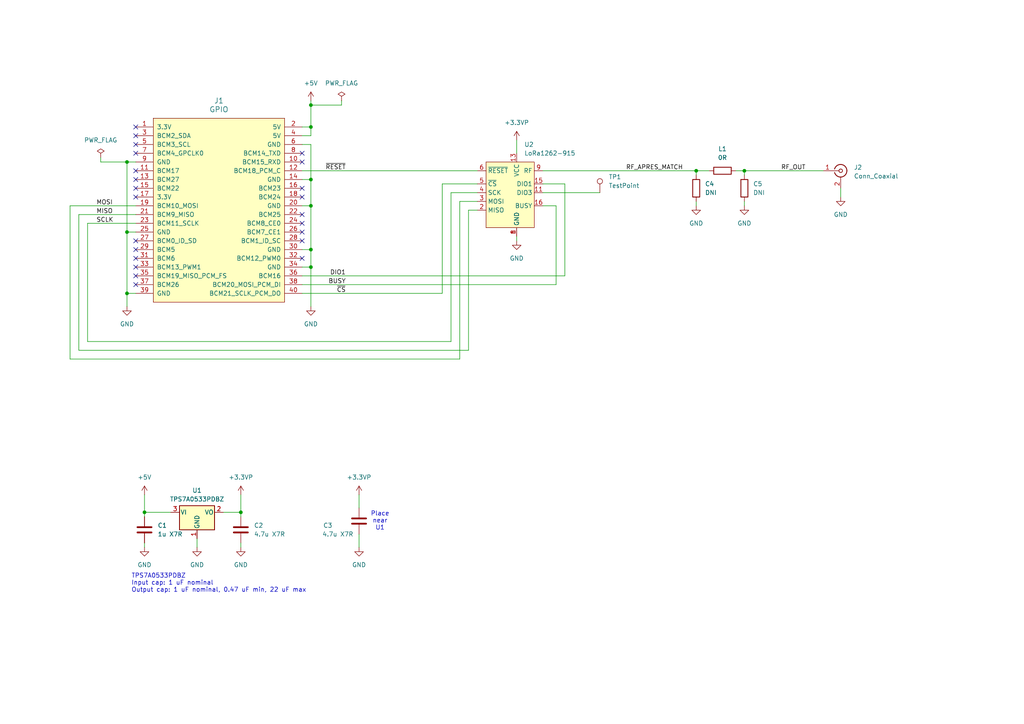
<source format=kicad_sch>
(kicad_sch (version 20231120) (generator "eeschema") (generator_version "8.0")
  (paper "A4")
  (lib_symbols
    (symbol "Connector:Conn_Coaxial" (pin_names (offset 1.016) hide)
      (property "Reference" "J" (at 0.254 3.048 0))
      (property "Value" "Conn_Coaxial" (at 2.921 0 90))
      (symbol "Conn_Coaxial_0_1"
        (arc (start -1.778 -0.508) (mid 0.2311 -1.8066) (end 1.778 0) (stroke (width 0.254)))
        (polyline (pts (xy -2.54 0) (xy -0.508 0)))
        (polyline (pts (xy 0 -2.54) (xy 0 -1.778)))
        (circle (center 0 0) (radius 0.508) (stroke (width 0.2032)))
        (arc (start 1.778 0) (mid 0.2099 1.8101) (end -1.778 0.508) (stroke (width 0.254)))
      )
      (symbol "Conn_Coaxial_1_1"
        (pin passive line (at -5.08 0 0) (length 2.54) (name "In") (number "1"))
        (pin passive line (at 0 -5.08 90) (length 2.54) (name "Ext") (number "2"))
      )
    )
    (symbol "Connector:TestPoint" (pin_numbers hide) (pin_names (offset 0.762) hide)
      (property "Reference" "TP" (at 0 6.858 0))
      (property "Value" "TestPoint" (at 0 5.08 0))
      (symbol "TestPoint_0_1"
        (circle (center 0 3.302) (radius 0.762))
      )
      (symbol "TestPoint_1_1"
        (pin passive line (at 0 0 90) (length 2.54) (name "1") (number "1"))
      )
    )
    (symbol "Device:C" (pin_numbers hide) (pin_names (offset 0.254))
      (property "Reference" "C" (at 0.635 2.54 0))
      (property "Value" "C" (at 0.635 -2.54 0))
      (symbol "C_0_1"
        (polyline (pts (xy -2.032 -0.762) (xy 2.032 -0.762)) (stroke (width 0.508)))
        (polyline (pts (xy -2.032 0.762) (xy 2.032 0.762)) (stroke (width 0.508)))
      )
      (symbol "C_1_1"
        (pin passive line (at 0 3.81 270) (length 2.794) (name "~") (number "1"))
        (pin passive line (at 0 -3.81 90) (length 2.794) (name "~") (number "2"))
      )
    )
    (symbol "Device:R" (pin_numbers hide) (pin_names (offset 0))
      (property "Reference" "R" (at 2.032 0 90))
      (property "Value" "R" (at 0 0 90))
      (symbol "R_0_1"
        (rectangle (start -1.016 -2.54) (end 1.016 2.54) (stroke (width 0.254)))
      )
      (symbol "R_1_1"
        (pin passive line (at 0 3.81 270) (length 1.27) (name "~") (number "1"))
        (pin passive line (at 0 -3.81 90) (length 1.27) (name "~") (number "2"))
      )
    )
    (symbol "Regulator_Linear:TPS7A0533PDBZ" (pin_names (offset 0.254))
      (property "Reference" "U" (at -3.81 3.175 0))
      (property "Value" "TPS7A0533PDBZ" (at 0 3.175 0))
      (symbol "TPS7A0533PDBZ_0_1"
        (rectangle (start -5.08 -5.08) (end 5.08 1.905) (stroke (width 0.254)) (fill (type background)))
      )
      (symbol "TPS7A0533PDBZ_1_1"
        (pin power_in line (at 0 -7.62 90) (length 2.54) (name "GND") (number "1"))
        (pin power_out line (at 7.62 0 180) (length 2.54) (name "VO") (number "2"))
        (pin power_in line (at -7.62 0 0) (length 2.54) (name "VI") (number "3"))
      )
    )
    (symbol "ch:G-Nice_RF_LoRa1262-915"
      (property "Reference" "U2" (at 4.7341 15.24 0))
      (property "Value" "LoRa1262-915" (at 4.7341 12.7 0))
      (symbol "G-Nice_RF_LoRa1262-915_1_1"
        (rectangle (start -6.35 10.16) (end 7.62 -8.89) (fill (type background)))
        (pin power_in line (at 2.54 -11.43 90) (length 2.54) (name "GND") (number "1"))
        (pin power_in line (at 2.54 -11.43 90) (length 2.54) hide (name "GND") (number "10"))
        (pin bidirectional line (at 10.16 1.27 180) (length 2.54) (name "DIO3") (number "11"))
        (pin no_connect line (at -2.54 -5.08 0) (length 2.54) hide (name "NC@12") (number "12"))
        (pin power_in line (at 2.54 12.7 270) (length 2.54) (name "VCC") (number "13"))
        (pin no_connect line (at -2.54 -2.54 0) (length 2.54) hide (name "NC@14") (number "14"))
        (pin bidirectional line (at 10.16 3.81 180) (length 2.54) (name "DIO1") (number "15"))
        (pin output line (at 10.16 -2.54 180) (length 2.54) (name "BUSY") (number "16"))
        (pin output line (at -8.89 -3.81 0) (length 2.54) (name "MISO") (number "2"))
        (pin input line (at -8.89 -1.27 0) (length 2.54) (name "MOSI") (number "3"))
        (pin input line (at -8.89 1.27 0) (length 2.54) (name "SCK") (number "4"))
        (pin input line (at -8.89 3.81 0) (length 2.54) (name "~{CS}") (number "5"))
        (pin input line (at -8.89 7.62 0) (length 2.54) (name "~{RESET}") (number "6"))
        (pin no_connect line (at -2.54 -7.62 0) (length 2.54) hide (name "NC@7") (number "7"))
        (pin power_in line (at 2.54 -11.43 90) (length 2.54) (name "GND") (number "8"))
        (pin passive line (at 10.16 7.62 180) (length 2.54) (name "RF") (number "9"))
      )
    )
    (symbol "ch:RPi_GPIO" (pin_names (offset 1.016))
      (property "Reference" "J1" (at -16.51 27.94 0))
      (property "Value" "RPi_GPIO" (at 0 27.94 0))
      (symbol "RPi_GPIO_1_1"
        (rectangle (start -19.05 26.67) (end 19.05 -26.67) (fill (type background)))
        (pin power_in line (at -24.13 24.13 0) (length 5.08) (name "3.3V") (number "1"))
        (pin bidirectional line (at 24.13 13.97 180) (length 5.08) (name "BCM15_RXD") (number "10"))
        (pin bidirectional line (at -24.13 11.43 0) (length 5.08) (name "BCM17") (number "11"))
        (pin bidirectional line (at 24.13 11.43 180) (length 5.08) (name "BCM18_PCM_C") (number "12"))
        (pin bidirectional line (at -24.13 8.89 0) (length 5.08) (name "BCM27") (number "13"))
        (pin power_in line (at 24.13 8.89 180) (length 5.08) (name "GND") (number "14"))
        (pin bidirectional line (at -24.13 6.35 0) (length 5.08) (name "BCM22") (number "15"))
        (pin bidirectional line (at 24.13 6.35 180) (length 5.08) (name "BCM23") (number "16"))
        (pin power_in line (at -24.13 3.81 0) (length 5.08) (name "3.3V") (number "17"))
        (pin bidirectional line (at 24.13 3.81 180) (length 5.08) (name "BCM24") (number "18"))
        (pin bidirectional line (at -24.13 1.27 0) (length 5.08) (name "BCM10_MOSI") (number "19"))
        (pin power_in line (at 24.13 24.13 180) (length 5.08) (name "5V") (number "2"))
        (pin power_in line (at 24.13 1.27 180) (length 5.08) (name "GND") (number "20"))
        (pin bidirectional line (at -24.13 -1.27 0) (length 5.08) (name "BCM9_MISO") (number "21"))
        (pin bidirectional line (at 24.13 -1.27 180) (length 5.08) (name "BCM25") (number "22"))
        (pin bidirectional line (at -24.13 -3.81 0) (length 5.08) (name "BCM11_SCLK") (number "23"))
        (pin bidirectional line (at 24.13 -3.81 180) (length 5.08) (name "BCM8_CE0") (number "24"))
        (pin power_in line (at -24.13 -6.35 0) (length 5.08) (name "GND") (number "25"))
        (pin bidirectional line (at 24.13 -6.35 180) (length 5.08) (name "BCM7_CE1") (number "26"))
        (pin bidirectional line (at -24.13 -8.89 0) (length 5.08) (name "BCM0_ID_SD") (number "27"))
        (pin bidirectional line (at 24.13 -8.89 180) (length 5.08) (name "BCM1_ID_SC") (number "28"))
        (pin bidirectional line (at -24.13 -11.43 0) (length 5.08) (name "BCM5") (number "29"))
        (pin bidirectional line (at -24.13 21.59 0) (length 5.08) (name "BCM2_SDA") (number "3"))
        (pin power_in line (at 24.13 -11.43 180) (length 5.08) (name "GND") (number "30"))
        (pin bidirectional line (at -24.13 -13.97 0) (length 5.08) (name "BCM6") (number "31"))
        (pin bidirectional line (at 24.13 -13.97 180) (length 5.08) (name "BCM12_PWM0") (number "32"))
        (pin bidirectional line (at -24.13 -16.51 0) (length 5.08) (name "BCM13_PWM1") (number "33"))
        (pin power_in line (at 24.13 -16.51 180) (length 5.08) (name "GND") (number "34"))
        (pin bidirectional line (at -24.13 -19.05 0) (length 5.08) (name "BCM19_MISO_PCM_FS") (number "35"))
        (pin bidirectional line (at 24.13 -19.05 180) (length 5.08) (name "BCM16") (number "36"))
        (pin bidirectional line (at -24.13 -21.59 0) (length 5.08) (name "BCM26") (number "37"))
        (pin bidirectional line (at 24.13 -21.59 180) (length 5.08) (name "BCM20_MOSI_PCM_DI") (number "38"))
        (pin power_in line (at -24.13 -24.13 0) (length 5.08) (name "GND") (number "39"))
        (pin power_in line (at 24.13 21.59 180) (length 5.08) (name "5V") (number "4"))
        (pin bidirectional line (at 24.13 -24.13 180) (length 5.08) (name "BCM21_SCLK_PCM_DO") (number "40"))
        (pin bidirectional line (at -24.13 19.05 0) (length 5.08) (name "BCM3_SCL") (number "5"))
        (pin power_in line (at 24.13 19.05 180) (length 5.08) (name "GND") (number "6"))
        (pin bidirectional line (at -24.13 16.51 0) (length 5.08) (name "BCM4_GPCLK0") (number "7"))
        (pin bidirectional line (at 24.13 16.51 180) (length 5.08) (name "BCM14_TXD") (number "8"))
        (pin power_in line (at -24.13 13.97 0) (length 5.08) (name "GND") (number "9"))
      )
    )
    (symbol "power:+3.3VP" (power) (pin_names (offset 0))
      (property "Value" "+3.3VP" (at 0 2.54 0))
      (symbol "+3.3VP_0_0"
        (pin power_in line (at 0 0 90) (length 0) hide (name "+3.3VP") (number "1"))
      )
      (symbol "+3.3VP_0_1"
        (polyline (pts (xy -0.762 1.27) (xy 0 2.54)))
        (polyline (pts (xy 0 0) (xy 0 2.54)))
        (polyline (pts (xy 0 2.54) (xy 0.762 1.27)))
      )
    )
    (symbol "power:+5V" (power) (pin_names (offset 0))
      (property "Value" "+5V" (at 0 3.556 0))
      (symbol "+5V_0_1"
        (polyline (pts (xy -0.762 1.27) (xy 0 2.54)))
        (polyline (pts (xy 0 0) (xy 0 2.54)))
        (polyline (pts (xy 0 2.54) (xy 0.762 1.27)))
      )
      (symbol "+5V_1_1"
        (pin power_in line (at 0 0 90) (length 0) hide (name "+5V") (number "1"))
      )
    )
    (symbol "power:GND" (power) (pin_names (offset 0))
      (property "Value" "GND" (at 0 -3.81 0))
      (symbol "GND_0_1"
        (polyline (pts (xy 0 0) (xy 0 -1.27) (xy 1.27 -1.27) (xy 0 -2.54) (xy -1.27 -1.27) (xy 0 -1.27)))
      )
      (symbol "GND_1_1"
        (pin power_in line (at 0 0 270) (length 0) hide (name "GND") (number "1"))
      )
    )
    (symbol "power:PWR_FLAG" (power) (pin_numbers hide) (pin_names (offset 0) hide)
      (property "Value" "PWR_FLAG" (at 0 3.81 0))
      (symbol "PWR_FLAG_0_0"
        (pin power_out line (at 0 0 90) (length 0) (name "pwr") (number "1"))
      )
      (symbol "PWR_FLAG_0_1"
        (polyline (pts (xy 0 0) (xy 0 1.27) (xy -1.016 1.905) (xy 0 2.54) (xy 1.016 1.905) (xy 0 1.27)))
      )
    )
  )
  (junction (at 36.83 67.31))
  (junction (at 36.83 46.99))
  (junction (at 90.17 52.07))
  (junction (at 215.9 49.53))
  (junction (at 90.17 30.48))
  (junction (at 69.85 148.59))
  (junction (at 90.17 59.69))
  (junction (at 90.17 72.39))
  (junction (at 201.93 49.53))
  (junction (at 36.83 85.09))
  (junction (at 41.91 148.59))
  (junction (at 90.17 77.47))
  (junction (at 90.17 36.83))
  (no_connect (at 39.37 36.83))
  (no_connect (at 39.37 72.39))
  (no_connect (at 87.63 54.61))
  (no_connect (at 39.37 54.61))
  (no_connect (at 39.37 52.07))
  (no_connect (at 39.37 74.93))
  (no_connect (at 39.37 41.91))
  (no_connect (at 39.37 82.55))
  (no_connect (at 87.63 74.93))
  (no_connect (at 87.63 57.15))
  (no_connect (at 39.37 69.85))
  (no_connect (at 87.63 69.85))
  (no_connect (at 39.37 77.47))
  (no_connect (at 87.63 46.99))
  (no_connect (at 39.37 49.53))
  (no_connect (at 39.37 44.45))
  (no_connect (at 39.37 39.37))
  (no_connect (at 87.63 44.45))
  (no_connect (at 39.37 80.01))
  (no_connect (at 87.63 64.77))
  (no_connect (at 87.63 67.31))
  (no_connect (at 39.37 57.15))
  (no_connect (at 87.63 62.23))
  (wire (pts (xy 90.17 72.39) (xy 90.17 77.47)))
  (wire (pts (xy 149.86 40.64) (xy 149.86 44.45)))
  (wire (pts (xy 87.63 49.53) (xy 138.43 49.53)))
  (wire (pts (xy 87.63 52.07) (xy 90.17 52.07)))
  (wire (pts (xy 90.17 29.21) (xy 90.17 30.48)))
  (wire (pts (xy 130.81 99.06) (xy 25.4 99.06)))
  (wire (pts (xy 87.63 59.69) (xy 90.17 59.69)))
  (wire (pts (xy 20.32 59.69) (xy 20.32 104.14)))
  (wire (pts (xy 20.32 59.69) (xy 39.37 59.69)))
  (wire (pts (xy 36.83 85.09) (xy 36.83 88.9)))
  (wire (pts (xy 138.43 53.34) (xy 128.27 53.34)))
  (wire (pts (xy 87.63 77.47) (xy 90.17 77.47)))
  (wire (pts (xy 87.63 85.09) (xy 128.27 85.09)))
  (wire (pts (xy 135.89 101.6) (xy 135.89 60.96)))
  (wire (pts (xy 90.17 52.07) (xy 90.17 59.69)))
  (wire (pts (xy 90.17 39.37) (xy 90.17 36.83)))
  (wire (pts (xy 104.14 143.51) (xy 104.14 147.32)))
  (wire (pts (xy 104.14 154.94) (xy 104.14 158.75)))
  (wire (pts (xy 41.91 157.48) (xy 41.91 158.75)))
  (wire (pts (xy 90.17 77.47) (xy 90.17 88.9)))
  (wire (pts (xy 130.81 55.88) (xy 130.81 99.06)))
  (wire (pts (xy 87.63 82.55) (xy 161.29 82.55)))
  (wire (pts (xy 149.86 68.58) (xy 149.86 69.85)))
  (wire (pts (xy 36.83 67.31) (xy 36.83 85.09)))
  (wire (pts (xy 99.06 29.21) (xy 99.06 30.48)))
  (wire (pts (xy 215.9 58.42) (xy 215.9 59.69)))
  (wire (pts (xy 87.63 72.39) (xy 90.17 72.39)))
  (wire (pts (xy 128.27 53.34) (xy 128.27 85.09)))
  (wire (pts (xy 87.63 41.91) (xy 90.17 41.91)))
  (wire (pts (xy 215.9 49.53) (xy 238.76 49.53)))
  (wire (pts (xy 90.17 41.91) (xy 90.17 52.07)))
  (wire (pts (xy 69.85 149.86) (xy 69.85 148.59)))
  (wire (pts (xy 39.37 67.31) (xy 36.83 67.31)))
  (wire (pts (xy 69.85 143.51) (xy 69.85 148.59)))
  (wire (pts (xy 201.93 50.8) (xy 201.93 49.53)))
  (wire (pts (xy 135.89 60.96) (xy 138.43 60.96)))
  (wire (pts (xy 36.83 46.99) (xy 36.83 67.31)))
  (wire (pts (xy 157.48 53.34) (xy 163.83 53.34)))
  (wire (pts (xy 201.93 49.53) (xy 205.74 49.53)))
  (wire (pts (xy 133.35 104.14) (xy 133.35 58.42)))
  (wire (pts (xy 22.86 62.23) (xy 22.86 101.6)))
  (wire (pts (xy 157.48 59.69) (xy 161.29 59.69)))
  (wire (pts (xy 243.84 54.61) (xy 243.84 57.15)))
  (wire (pts (xy 69.85 157.48) (xy 69.85 158.75)))
  (wire (pts (xy 22.86 62.23) (xy 39.37 62.23)))
  (wire (pts (xy 57.15 156.21) (xy 57.15 158.75)))
  (wire (pts (xy 22.86 101.6) (xy 135.89 101.6)))
  (wire (pts (xy 25.4 99.06) (xy 25.4 64.77)))
  (wire (pts (xy 25.4 64.77) (xy 39.37 64.77)))
  (wire (pts (xy 138.43 55.88) (xy 130.81 55.88)))
  (wire (pts (xy 64.77 148.59) (xy 69.85 148.59)))
  (wire (pts (xy 163.83 53.34) (xy 163.83 80.01)))
  (wire (pts (xy 39.37 85.09) (xy 36.83 85.09)))
  (wire (pts (xy 213.36 49.53) (xy 215.9 49.53)))
  (wire (pts (xy 161.29 82.55) (xy 161.29 59.69)))
  (wire (pts (xy 20.32 104.14) (xy 133.35 104.14)))
  (wire (pts (xy 215.9 49.53) (xy 215.9 50.8)))
  (wire (pts (xy 99.06 30.48) (xy 90.17 30.48)))
  (wire (pts (xy 87.63 80.01) (xy 163.83 80.01)))
  (wire (pts (xy 157.48 55.88) (xy 173.99 55.88)))
  (wire (pts (xy 39.37 46.99) (xy 36.83 46.99)))
  (wire (pts (xy 133.35 58.42) (xy 138.43 58.42)))
  (wire (pts (xy 87.63 39.37) (xy 90.17 39.37)))
  (wire (pts (xy 29.21 45.72) (xy 29.21 46.99)))
  (wire (pts (xy 41.91 143.51) (xy 41.91 148.59)))
  (wire (pts (xy 201.93 58.42) (xy 201.93 59.69)))
  (wire (pts (xy 157.48 49.53) (xy 201.93 49.53)))
  (wire (pts (xy 90.17 59.69) (xy 90.17 72.39)))
  (wire (pts (xy 29.21 46.99) (xy 36.83 46.99)))
  (wire (pts (xy 41.91 148.59) (xy 41.91 149.86)))
  (wire (pts (xy 90.17 30.48) (xy 90.17 36.83)))
  (wire (pts (xy 87.63 36.83) (xy 90.17 36.83)))
  (wire (pts (xy 49.53 148.59) (xy 41.91 148.59)))
  (text "Place\nnear\nU1" (at 110.236 151.13 0) (effects (font (size 1.27 1.27))))
  (text "TPS7A0533PDBZ\nInput cap: 1 uF nominal\nOutput cap: 1 uF nominal, 0.47 uF min, 22 uF max" (at 38.1 169.164 0) (effects (font (size 1.27 1.27)) (justify left)))
  (label "RF_OUT" (at 233.68 49.53 180))
  (label "MISO" (at 27.94 62.23 0))
  (label "SCLK" (at 27.94 64.77 0))
  (label "~{CS}" (at 100.33 85.09 180))
  (label "RF_APRES_MATCH" (at 198.12 49.53 180))
  (label "DIO1" (at 100.33 80.01 180))
  (label "BUSY" (at 100.33 82.55 180))
  (label "MOSI" (at 27.94 59.69 0))
  (label "~{RESET}" (at 100.33 49.53 180))
  (symbol (lib_id "Connector:Conn_Coaxial") (at 243.84 49.53 0) (unit 1)
    (property "Reference" "J2" (at 247.65 48.5531 0) (effects (justify left)))
    (property "Value" "Conn_Coaxial" (at 247.65 51.0931 0) (effects (justify left)))
    (property "Footprint" "ch:SMA_Molex-73391-0070_Vertical" (effects (hide yes)))
    (property "Description" "coaxial connector (BNC, SMA, SMB, SMC, Cinch/RCA, LEMO, ...)" (effects (hide yes)))
  )
  (symbol (lib_id "Device:C") (at 69.85 153.67 0) (unit 1)
    (property "Reference" "C2" (at 73.66 152.3999 0) (effects (justify left)))
    (property "Value" "4.7u X7R" (at 73.66 154.9399 0) (effects (justify left)))
    (property "Footprint" "Capacitor_SMD:C_0805_2012Metric_Pad1.18x1.45mm_HandSolder" (effects (hide yes)))
    (property "Description" "Unpolarized capacitor" (effects (hide yes)))
  )
  (symbol (lib_id "ch:G-Nice_RF_LoRa1262-915") (at 147.32 57.15 0) (unit 1)
    (property "Reference" "U2" (at 152.0541 41.91 0) (effects (justify left)))
    (property "Value" "LoRa1262-915" (at 152.0541 44.45 0) (effects (justify left)))
    (property "Footprint" "ch:G-Nice_RF_LoRa1262-915" (effects (hide yes)))
    (property "Datasheet" "https://www.nicerf.com/lora-module/915mhz-lora-module-lora1262.html" (effects (hide yes)))
  )
  (symbol (lib_id "power:+5V") (at 41.91 143.51 0) (unit 1)
    (property "Reference" "#PWR03" (effects (hide yes)))
    (property "Value" "+5V" (at 41.91 138.43 0))
    (property "Description" "Power symbol creates a global label with name \"+5V\"" (effects (hide yes)))
  )
  (symbol (lib_id "Device:R") (at 209.55 49.53 90) (unit 1)
    (property "Reference" "L1" (at 209.55 43.18 90))
    (property "Value" "0R" (at 209.55 45.72 90))
    (property "Footprint" "Resistor_SMD:R_0402_1005Metric" (effects (hide yes)))
    (property "Description" "Resistor" (effects (hide yes)))
  )
  (symbol (lib_id "power:PWR_FLAG") (at 99.06 29.21 0) (unit 1)
    (property "Reference" "#FLG01" (effects (hide yes)))
    (property "Value" "PWR_FLAG" (at 99.06 24.13 0))
    (property "Description" "Special symbol for telling ERC where power comes from" (effects (hide yes)))
  )
  (symbol (lib_id "power:GND") (at 57.15 158.75 0) (unit 1)
    (property "Reference" "#PWR05" (effects (hide yes)))
    (property "Value" "GND" (at 57.15 163.83 0))
    (property "Description" "Power symbol creates a global label with name \"GND\" , ground" (effects (hide yes)))
  )
  (symbol (lib_id "ch:RPi_GPIO") (at 63.5 60.96 0) (unit 1)
    (property "Reference" "J1" (at 63.5 29.21 0) (effects (font (size 1.524 1.524))))
    (property "Value" "GPIO" (at 63.5 31.75 0) (effects (font (size 1.524 1.524))))
    (property "Footprint" "ch:Harwin M20-7812045" (effects (hide yes)))
    (property "Description" "Generic connector, double row, 02x20, odd/even pin numbering scheme (row 1 odd numbers, row 2 even numbers), script generated (kicad-library-utils/schlib/autogen/connector/)" (effects (hide yes)))
  )
  (symbol (lib_id "Device:R") (at 201.93 54.61 0) (unit 1)
    (property "Reference" "C4" (at 204.47 53.3399 0) (effects (justify left)))
    (property "Value" "DNI" (at 204.47 55.8799 0) (effects (justify left)))
    (property "Footprint" "Resistor_SMD:R_0402_1005Metric" (effects (hide yes)))
    (property "Description" "Resistor" (effects (hide yes)))
  )
  (symbol (lib_id "power:GND") (at 243.84 57.15 0) (unit 1)
    (property "Reference" "#PWR016" (effects (hide yes)))
    (property "Value" "GND" (at 243.84 62.23 0))
    (property "Description" "Power symbol creates a global label with name \"GND\" , ground" (effects (hide yes)))
  )
  (symbol (lib_id "power:GND") (at 69.85 158.75 0) (unit 1)
    (property "Reference" "#PWR07" (effects (hide yes)))
    (property "Value" "GND" (at 69.85 163.83 0))
    (property "Description" "Power symbol creates a global label with name \"GND\" , ground" (effects (hide yes)))
  )
  (symbol (lib_id "Regulator_Linear:TPS7A0533PDBZ") (at 57.15 148.59 0) (unit 1)
    (property "Reference" "U1" (at 57.15 142.24 0))
    (property "Value" "TPS7A0533PDBZ" (at 57.15 144.78 0))
    (property "Footprint" "Package_TO_SOT_SMD:SOT-23" (effects (hide yes)))
    (property "Datasheet" "https://www.ti.com/lit/ds/symlink/tps7a05.pdf" (effects (hide yes)))
    (property "Description" "200-mA Ultra-Low-Iq LDO, 3.3V, SOT-23-3" (effects (hide yes)))
  )
  (symbol (lib_id "power:GND") (at 201.93 59.69 0) (unit 1)
    (property "Reference" "#PWR014" (effects (hide yes)))
    (property "Value" "GND" (at 201.93 64.77 0))
    (property "Description" "Power symbol creates a global label with name \"GND\" , ground" (effects (hide yes)))
  )
  (symbol (lib_id "Device:C") (at 41.91 153.67 0) (unit 1)
    (property "Reference" "C1" (at 45.72 152.3999 0) (effects (justify left)))
    (property "Value" "1u X7R" (at 45.72 154.9399 0) (effects (justify left)))
    (property "Footprint" "Capacitor_SMD:C_0805_2012Metric_Pad1.18x1.45mm_HandSolder" (effects (hide yes)))
    (property "Description" "Unpolarized capacitor" (effects (hide yes)))
  )
  (symbol (lib_id "Connector:TestPoint") (at 173.99 55.88 0) (unit 1)
    (property "Reference" "TP1" (at 176.53 51.3079 0) (effects (justify left)))
    (property "Value" "TestPoint" (at 176.53 53.8479 0) (effects (justify left)))
    (property "Footprint" "TestPoint:TestPoint_THTPad_2.0x2.0mm_Drill1.0mm" (effects (hide yes)))
    (property "Description" "test point" (effects (hide yes)))
  )
  (symbol (lib_id "power:GND") (at 36.83 88.9 0) (unit 1)
    (property "Reference" "#PWR02" (effects (hide yes)))
    (property "Value" "GND" (at 36.83 93.98 0))
    (property "Description" "Power symbol creates a global label with name \"GND\" , ground" (effects (hide yes)))
  )
  (symbol (lib_id "power:GND") (at 149.86 69.85 0) (unit 1)
    (property "Reference" "#PWR012" (effects (hide yes)))
    (property "Value" "GND" (at 149.86 74.93 0))
    (property "Description" "Power symbol creates a global label with name \"GND\" , ground" (effects (hide yes)))
  )
  (symbol (lib_id "Device:C") (at 104.14 151.13 0) (unit 1)
    (property "Reference" "C3" (at 93.726 152.4 0) (effects (justify left)))
    (property "Value" "4.7u X7R" (at 93.472 154.94 0) (effects (justify left)))
    (property "Footprint" "Capacitor_SMD:C_0805_2012Metric_Pad1.18x1.45mm_HandSolder" (effects (hide yes)))
    (property "Description" "Unpolarized capacitor" (effects (hide yes)))
  )
  (symbol (lib_id "power:GND") (at 104.14 158.75 0) (unit 1)
    (property "Reference" "#PWR011" (effects (hide yes)))
    (property "Value" "GND" (at 104.14 163.83 0))
    (property "Description" "Power symbol creates a global label with name \"GND\" , ground" (effects (hide yes)))
  )
  (symbol (lib_id "power:PWR_FLAG") (at 29.21 45.72 0) (unit 1)
    (property "Reference" "#FLG02" (effects (hide yes)))
    (property "Value" "PWR_FLAG" (at 29.21 40.64 0))
    (property "Description" "Special symbol for telling ERC where power comes from" (effects (hide yes)))
  )
  (symbol (lib_id "power:GND") (at 215.9 59.69 0) (unit 1)
    (property "Reference" "#PWR015" (effects (hide yes)))
    (property "Value" "GND" (at 215.9 64.77 0))
    (property "Description" "Power symbol creates a global label with name \"GND\" , ground" (effects (hide yes)))
  )
  (symbol (lib_id "power:GND") (at 90.17 88.9 0) (unit 1)
    (property "Reference" "#PWR09" (effects (hide yes)))
    (property "Value" "GND" (at 90.17 93.98 0))
    (property "Description" "Power symbol creates a global label with name \"GND\" , ground" (effects (hide yes)))
  )
  (symbol (lib_id "power:+3.3VP") (at 104.14 143.51 0) (unit 1)
    (property "Reference" "#PWR010" (effects (hide yes)))
    (property "Value" "+3.3VP" (at 104.14 138.43 0))
    (property "Description" "Power symbol creates a global label with name \"+3.3VP\"" (effects (hide yes)))
  )
  (symbol (lib_id "power:+3.3VP") (at 69.85 143.51 0) (unit 1)
    (property "Reference" "#PWR06" (effects (hide yes)))
    (property "Value" "+3.3VP" (at 69.85 138.43 0))
    (property "Description" "Power symbol creates a global label with name \"+3.3VP\"" (effects (hide yes)))
  )
  (symbol (lib_id "power:+5V") (at 90.17 29.21 0) (unit 1)
    (property "Reference" "#PWR08" (effects (hide yes)))
    (property "Value" "+5V" (at 90.17 24.13 0))
    (property "Description" "Power symbol creates a global label with name \"+5V\"" (effects (hide yes)))
  )
  (symbol (lib_id "Device:R") (at 215.9 54.61 0) (unit 1)
    (property "Reference" "C5" (at 218.44 53.3399 0) (effects (justify left)))
    (property "Value" "DNI" (at 218.44 55.8799 0) (effects (justify left)))
    (property "Footprint" "Resistor_SMD:R_0402_1005Metric" (effects (hide yes)))
    (property "Description" "Resistor" (effects (hide yes)))
  )
  (symbol (lib_id "power:+3.3VP") (at 149.86 40.64 0) (unit 1)
    (property "Reference" "#PWR013" (effects (hide yes)))
    (property "Value" "+3.3VP" (at 149.86 35.56 0))
    (property "Description" "Power symbol creates a global label with name \"+3.3VP\"" (effects (hide yes)))
  )
  (symbol (lib_id "power:GND") (at 41.91 158.75 0) (unit 1)
    (property "Reference" "#PWR04" (effects (hide yes)))
    (property "Value" "GND" (at 41.91 163.83 0))
    (property "Description" "Power symbol creates a global label with name \"GND\" , ground" (effects (hide yes)))
  )
)
</source>
